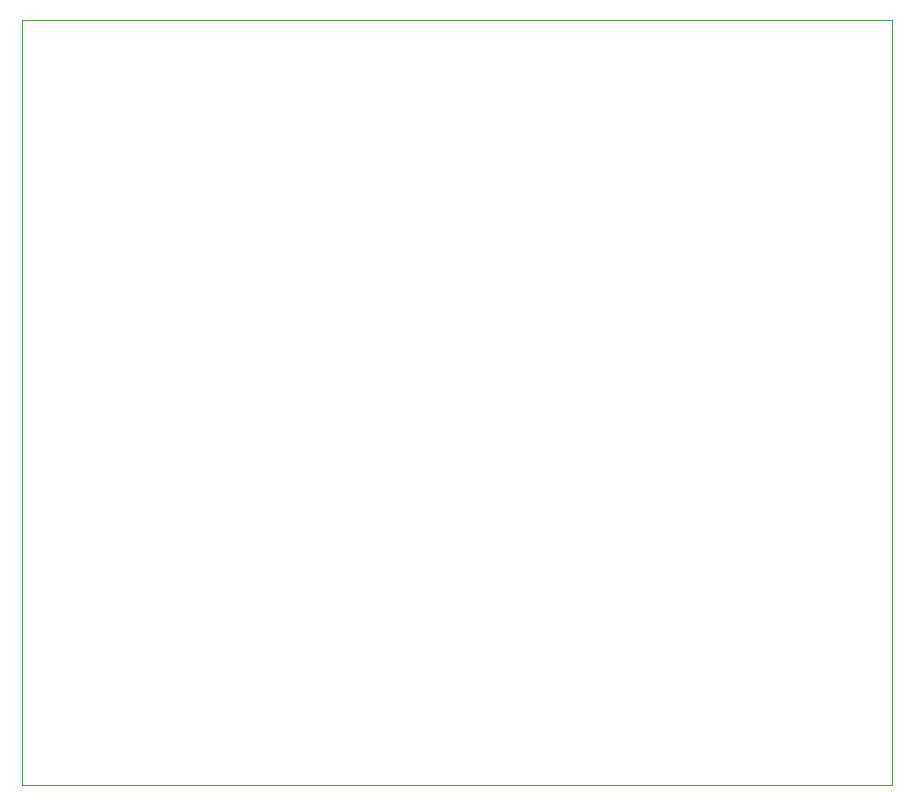
<source format=gbr>
%TF.GenerationSoftware,KiCad,Pcbnew,7.0.9*%
%TF.CreationDate,2025-08-15T16:53:55+02:00*%
%TF.ProjectId,Kicad_Projet_Sons_HW896_V2,4b696361-645f-4507-926f-6a65745f536f,rev?*%
%TF.SameCoordinates,Original*%
%TF.FileFunction,Profile,NP*%
%FSLAX46Y46*%
G04 Gerber Fmt 4.6, Leading zero omitted, Abs format (unit mm)*
G04 Created by KiCad (PCBNEW 7.0.9) date 2025-08-15 16:53:55*
%MOMM*%
%LPD*%
G01*
G04 APERTURE LIST*
%TA.AperFunction,Profile*%
%ADD10C,0.100000*%
%TD*%
G04 APERTURE END LIST*
D10*
X110460000Y-108000000D02*
X110460000Y-43190000D01*
X184120000Y-43190000D02*
X184120000Y-108000000D01*
X110460000Y-43190000D02*
X184120000Y-43190000D01*
X184120000Y-108000000D02*
X110460000Y-108000000D01*
M02*

</source>
